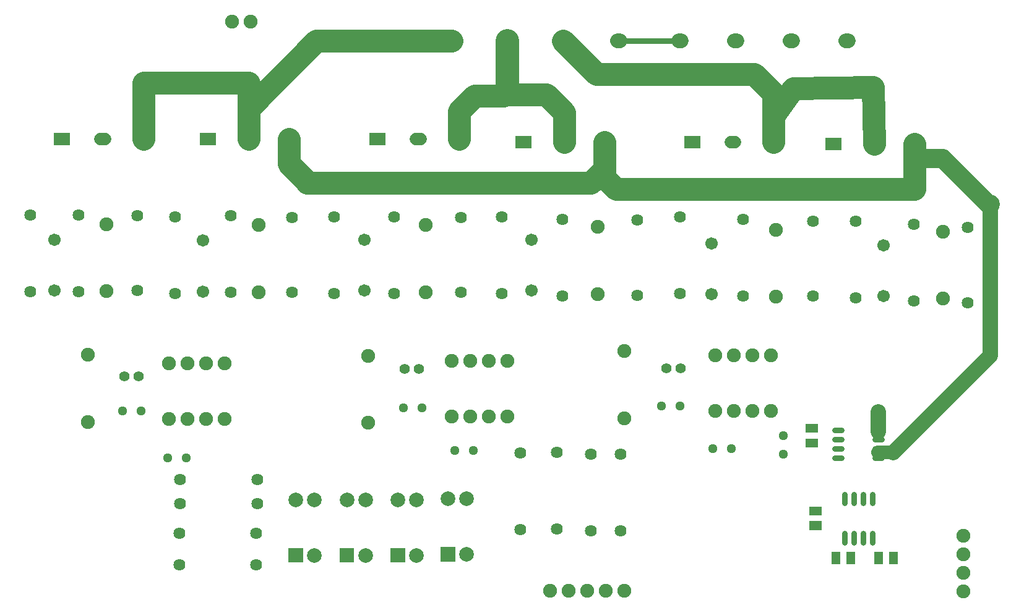
<source format=gts>
G04 Layer: TopSolderMaskLayer*
G04 EasyEDA v6.4.23, 2021-09-03T20:22:04+02:00*
G04 df207e5be6814a9699ce4ef5e016687c,9749f264c22c4078942e6e06db5db619,10*
G04 Gerber Generator version 0.2*
G04 Scale: 100 percent, Rotated: No, Reflected: No *
G04 Dimensions in millimeters *
G04 leading zeros omitted , absolute positions ,4 integer and 5 decimal *
%FSLAX45Y45*%
%MOMM*%

%ADD19C,3.1016*%
%ADD35C,2.6016*%
%ADD41C,2.1016*%
%ADD42C,1.9016*%
%ADD43C,3.2032*%
%ADD44C,0.8016*%
%ADD45C,2.0016*%
%ADD46C,1.7016*%
%ADD47C,0.8032*%
%ADD48C,0.7316*%
%ADD50C,2.0032*%
%ADD51C,1.6256*%
%ADD52C,1.4016*%
%ADD53C,1.2954*%
%ADD54R,2.3016X1.7016*%
%ADD57C,1.4032*%

%LPD*%
D35*
X23444200Y7620000D02*
G01*
X23418800Y7620000D01*
X22788879Y8249920D01*
X22412706Y8249920D01*
D41*
X21907500Y4508500D02*
G01*
X21907500Y4773498D01*
D42*
X22112986Y4219447D02*
G01*
X21962618Y4219447D01*
X21914866Y4220410D01*
D41*
X23444200Y5550669D02*
G01*
X22112980Y4219450D01*
X23444200Y7620000D02*
G01*
X23444200Y5550662D01*
D19*
X22412706Y8445500D02*
G01*
X22412706Y7823200D01*
X18326100Y7823200D01*
X18170906Y7978394D01*
X18170906Y8470900D01*
X18170906Y8139937D02*
G01*
X18170906Y8099805D01*
X17983200Y7912100D01*
X14097000Y7912100D01*
X14097000Y7924800D01*
X13852906Y8168894D01*
X13852906Y8509000D01*
X21856700Y8445500D02*
G01*
X21844000Y9220200D01*
X20751800Y9207500D01*
X20482306Y8823705D01*
X20482306Y8470900D01*
X17602200Y9855200D02*
G01*
X18059400Y9398000D01*
X20218400Y9398000D01*
X20482306Y9134094D01*
X20482306Y8470900D01*
D43*
X16840200Y9855200D02*
G01*
X16840200Y9172194D01*
X16840200Y9309100D01*
D19*
X16177006Y8509000D02*
G01*
X16179800Y8891270D01*
X16394684Y9105900D01*
X16789400Y9105900D01*
X17614900Y8470900D02*
G01*
X17614900Y8877300D01*
X17370806Y9121394D01*
X16789400Y9121394D01*
X11859006Y8509000D02*
G01*
X11859006Y9283700D01*
X13296900Y9283700D01*
X13296900Y8509000D01*
X16078200Y9855200D02*
G01*
X14224000Y9855200D01*
X13296900Y8928100D01*
X13296900Y8509000D01*
D44*
X18364200Y9855200D02*
G01*
X19202400Y9855200D01*
D45*
X21508399Y9855200D02*
G01*
X21468400Y9855200D01*
X20746399Y9855200D02*
G01*
X20706400Y9855200D01*
X19984399Y9855200D02*
G01*
X19944400Y9855200D01*
X19222399Y9855200D02*
G01*
X19182400Y9855200D01*
D46*
X11273000Y8509000D02*
G01*
X11332999Y8509000D01*
X11829006Y8509000D02*
G01*
X11889005Y8509000D01*
X13266900Y8509000D02*
G01*
X13326899Y8509000D01*
X13822906Y8509000D02*
G01*
X13882905Y8509000D01*
X15591000Y8509000D02*
G01*
X15650999Y8509000D01*
X16147006Y8509000D02*
G01*
X16207005Y8509000D01*
X17584900Y8470900D02*
G01*
X17644899Y8470900D01*
X18140906Y8470900D02*
G01*
X18200905Y8470900D01*
X19896300Y8470900D02*
G01*
X19956299Y8470900D01*
X20452306Y8470900D02*
G01*
X20512305Y8470900D01*
X21826700Y8445500D02*
G01*
X21886699Y8445500D01*
X22382706Y8445500D02*
G01*
X22442705Y8445500D01*
D47*
X21412812Y4521200D02*
G01*
X21320808Y4521200D01*
X21412812Y4394200D02*
G01*
X21320808Y4394200D01*
X21412812Y4267200D02*
G01*
X21320808Y4267200D01*
X21412812Y4140200D02*
G01*
X21320808Y4140200D01*
X21960791Y4521200D02*
G01*
X21868790Y4521200D01*
X21960791Y4394200D02*
G01*
X21868790Y4394200D01*
X21960791Y4267200D02*
G01*
X21868790Y4267200D01*
X21960791Y4140200D02*
G01*
X21868790Y4140200D01*
D48*
X21450300Y3108200D02*
G01*
X21450300Y2984700D01*
X21577300Y3108200D02*
G01*
X21577300Y2984700D01*
X21704300Y3108200D02*
G01*
X21704300Y2984700D01*
X21831300Y3108200D02*
G01*
X21831300Y2984700D01*
X21450300Y3644699D02*
G01*
X21450300Y3521199D01*
X21577300Y3644699D02*
G01*
X21577300Y3521199D01*
X21704300Y3644699D02*
G01*
X21704300Y3521199D01*
X21831300Y3644699D02*
G01*
X21831300Y3521199D01*
D45*
X18384199Y9855200D02*
G01*
X18344200Y9855200D01*
X17622199Y9855200D02*
G01*
X17582200Y9855200D01*
X16860199Y9855200D02*
G01*
X16820200Y9855200D01*
X16098199Y9855200D02*
G01*
X16058200Y9855200D01*
D42*
G01*
X11353800Y7343394D03*
G01*
X11353800Y6423405D03*
G01*
X15722600Y6410705D03*
G01*
X15722600Y7330694D03*
G01*
X20510500Y6347205D03*
G01*
X20510500Y7267194D03*
G01*
X13436600Y6410705D03*
G01*
X13436600Y7330694D03*
G01*
X18072100Y6385305D03*
G01*
X18072100Y7305294D03*
G01*
X22796500Y6321805D03*
G01*
X22796500Y7241794D03*
G36*
X13844524Y2706623D02*
G01*
X13844524Y2906776D01*
X14044675Y2906776D01*
X14044675Y2706623D01*
G37*
D50*
G01*
X14198600Y2806700D03*
G01*
X14198600Y3568700D03*
G01*
X13944600Y3568700D03*
G36*
X14543024Y2706623D02*
G01*
X14543024Y2906776D01*
X14743175Y2906776D01*
X14743175Y2706623D01*
G37*
G01*
X14897100Y2806700D03*
G01*
X14897100Y3568700D03*
G01*
X14643100Y3568700D03*
G36*
X15241524Y2706623D02*
G01*
X15241524Y2906776D01*
X15441675Y2906776D01*
X15441675Y2706623D01*
G37*
G01*
X15595600Y2806700D03*
G01*
X15595600Y3568700D03*
G01*
X15341600Y3568700D03*
G36*
X15927324Y2719323D02*
G01*
X15927324Y2919476D01*
X16127475Y2919476D01*
X16127475Y2719323D01*
G37*
G01*
X16281400Y2819400D03*
G01*
X16281400Y3581400D03*
G01*
X16027400Y3581400D03*
D51*
G01*
X13402792Y2679700D03*
G01*
X12352781Y2679700D03*
G01*
X13402792Y3111500D03*
G01*
X12352781Y3111500D03*
G01*
X13415492Y3517900D03*
G01*
X12365481Y3517900D03*
G01*
X13415492Y3848100D03*
G01*
X12365481Y3848100D03*
G01*
X10972800Y6421881D03*
G01*
X10972800Y7471892D03*
G01*
X15290800Y6396481D03*
G01*
X15290800Y7446492D03*
G01*
X20066000Y6358381D03*
G01*
X20066000Y7408392D03*
G01*
X13055600Y6409181D03*
G01*
X13055600Y7459192D03*
G01*
X17589500Y6358381D03*
G01*
X17589500Y7408392D03*
G01*
X22402800Y6294881D03*
G01*
X22402800Y7344892D03*
D52*
G01*
X11596700Y5257800D03*
G01*
X11796699Y5257800D03*
G01*
X15432100Y5359400D03*
G01*
X15632099Y5359400D03*
G01*
X19013500Y5372100D03*
G01*
X19213499Y5372100D03*
D53*
G01*
X11823700Y4787900D03*
G01*
X11569700Y4787900D03*
G01*
X15671800Y4826000D03*
G01*
X15417800Y4826000D03*
G01*
X19202400Y4851400D03*
G01*
X18948400Y4851400D03*
G01*
X12192000Y4140200D03*
G01*
X12446000Y4140200D03*
G01*
X16116300Y4241800D03*
G01*
X16370300Y4241800D03*
G01*
X19646900Y4267200D03*
G01*
X19900900Y4267200D03*
G01*
X20612100Y4445000D03*
G01*
X20612100Y4191000D03*
D51*
G01*
X17018000Y3157981D03*
G01*
X17018000Y4207992D03*
G01*
X17513300Y3170681D03*
G01*
X17513300Y4220692D03*
G01*
X17983200Y3145281D03*
G01*
X17983200Y4195292D03*
G01*
X18389600Y3145281D03*
G01*
X18389600Y4195292D03*
D42*
G01*
X11099800Y5552694D03*
G01*
X11099800Y4632705D03*
G01*
X14935200Y5539994D03*
G01*
X14935200Y4620005D03*
G01*
X18440400Y5603494D03*
G01*
X18440400Y4683505D03*
D51*
G01*
X10312400Y6421881D03*
G01*
X10312400Y7471892D03*
G01*
X14465300Y6396481D03*
G01*
X14465300Y7446492D03*
G01*
X19202400Y6396481D03*
G01*
X19202400Y7446492D03*
G01*
X12293600Y6396481D03*
G01*
X12293600Y7446492D03*
G01*
X16764000Y6396481D03*
G01*
X16764000Y7446492D03*
G01*
X21602700Y6332981D03*
G01*
X21602700Y7382992D03*
D42*
G01*
X12204700Y4673600D03*
G01*
X12458700Y4673600D03*
G01*
X12458700Y5435600D03*
G01*
X12204700Y5435600D03*
G01*
X12712700Y4673600D03*
G01*
X12966700Y4673600D03*
G01*
X12712700Y5435600D03*
G01*
X12966700Y5435600D03*
G01*
X16078200Y4711700D03*
G01*
X16332200Y4711700D03*
G01*
X16332200Y5473700D03*
G01*
X16078200Y5473700D03*
G01*
X16586200Y4711700D03*
G01*
X16840200Y4711700D03*
G01*
X16586200Y5473700D03*
G01*
X16840200Y5473700D03*
G01*
X19685000Y4787900D03*
G01*
X19939000Y4787900D03*
G01*
X19939000Y5549900D03*
G01*
X19685000Y5549900D03*
G01*
X20193000Y4787900D03*
G01*
X20447000Y4787900D03*
G01*
X20193000Y5549900D03*
G01*
X20447000Y5549900D03*
D54*
G01*
X10746993Y8509000D03*
G01*
X12740893Y8509000D03*
G01*
X15064993Y8509000D03*
G01*
X17058893Y8470900D03*
G01*
X19370293Y8470900D03*
G01*
X21300693Y8445500D03*
D46*
G01*
X10642600Y6431787D03*
G01*
X10642600Y7131786D03*
G01*
X14884400Y6431787D03*
G01*
X14884400Y7131786D03*
G01*
X19634200Y6380987D03*
G01*
X19634200Y7080986D03*
G01*
X12674600Y6419087D03*
G01*
X12674600Y7119086D03*
G01*
X17170400Y6431787D03*
G01*
X17170400Y7131786D03*
G01*
X21983700Y6355587D03*
G01*
X21983700Y7055586D03*
D51*
G01*
X11772900Y7461910D03*
G01*
X11772900Y6431889D03*
G01*
X16205200Y7436510D03*
G01*
X16205200Y6406489D03*
G01*
X21018500Y7385710D03*
G01*
X21018500Y6355689D03*
G01*
X13893800Y7436510D03*
G01*
X13893800Y6406489D03*
G01*
X18618200Y7398410D03*
G01*
X18618200Y6368389D03*
G01*
X23139400Y6266789D03*
G01*
X23139400Y7296810D03*
G36*
X20968970Y3154426D02*
G01*
X20968970Y3274821D01*
X21144229Y3274821D01*
X21144229Y3154426D01*
G37*
G36*
X20968970Y3354578D02*
G01*
X20968970Y3474973D01*
X21144229Y3474973D01*
X21144229Y3354578D01*
G37*
G36*
X21277325Y2680970D02*
G01*
X21277325Y2856229D01*
X21397722Y2856229D01*
X21397722Y2680970D01*
G37*
G36*
X21477477Y2680970D02*
G01*
X21477477Y2856229D01*
X21597874Y2856229D01*
X21597874Y2680970D01*
G37*
G36*
X21861525Y2680970D02*
G01*
X21861525Y2856229D01*
X21981922Y2856229D01*
X21981922Y2680970D01*
G37*
G36*
X22061677Y2680970D02*
G01*
X22061677Y2856229D01*
X22182074Y2856229D01*
X22182074Y2680970D01*
G37*
G36*
X20918170Y4284726D02*
G01*
X20918170Y4405121D01*
X21093429Y4405121D01*
X21093429Y4284726D01*
G37*
G36*
X20918170Y4484878D02*
G01*
X20918170Y4605273D01*
X21093429Y4605273D01*
X21093429Y4484878D01*
G37*
D42*
G01*
X13322300Y10121900D03*
G01*
X13068300Y10121900D03*
G01*
X17424400Y2324100D03*
G01*
X17678400Y2324100D03*
G01*
X17932400Y2324100D03*
G01*
X18186400Y2324100D03*
G01*
X23075900Y2311400D03*
G01*
X23075900Y2565400D03*
G01*
X23075900Y2819400D03*
G01*
X23075900Y3073400D03*
D57*
G01*
X23444200Y7620000D03*
D42*
G01*
X18440400Y2324100D03*
M02*

</source>
